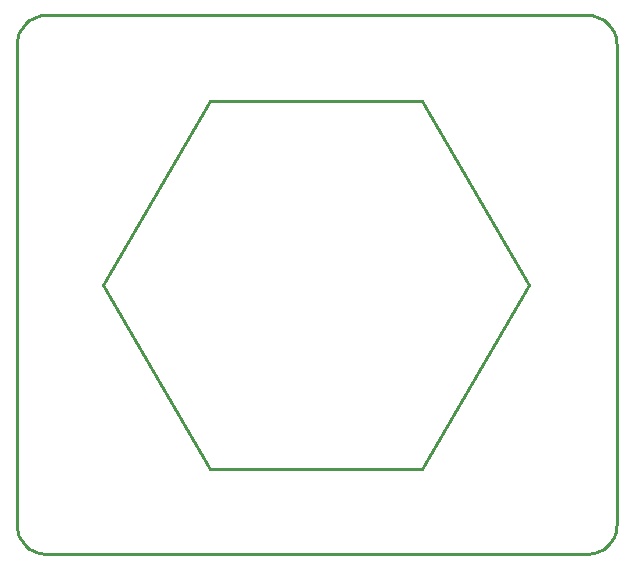
<source format=gbr>
G04 EAGLE Gerber RS-274X export*
G75*
%MOMM*%
%FSLAX34Y34*%
%LPD*%
%IN*%
%IPPOS*%
%AMOC8*
5,1,8,0,0,1.08239X$1,22.5*%
G01*
%ADD10C,0.254000*%


D10*
X106426Y157480D02*
X106523Y155266D01*
X106812Y153069D01*
X107291Y150906D01*
X107958Y148793D01*
X108806Y146746D01*
X109829Y144780D01*
X111020Y142911D01*
X112368Y141153D01*
X113866Y139520D01*
X115499Y138022D01*
X117257Y136674D01*
X119126Y135483D01*
X121092Y134460D01*
X123139Y133612D01*
X125252Y132945D01*
X127415Y132466D01*
X129612Y132177D01*
X131826Y132080D01*
X589026Y132080D01*
X591240Y132177D01*
X593437Y132466D01*
X595600Y132945D01*
X597713Y133612D01*
X599761Y134460D01*
X601726Y135483D01*
X603595Y136674D01*
X605353Y138022D01*
X606987Y139520D01*
X608484Y141153D01*
X609832Y142911D01*
X611023Y144780D01*
X612046Y146746D01*
X612894Y148793D01*
X613561Y150906D01*
X614040Y153069D01*
X614329Y155266D01*
X614426Y157480D01*
X614426Y563118D01*
X614329Y565332D01*
X614040Y567529D01*
X613561Y569692D01*
X612894Y571805D01*
X612046Y573853D01*
X611023Y575818D01*
X609832Y577687D01*
X608484Y579445D01*
X606987Y581079D01*
X605353Y582576D01*
X603595Y583924D01*
X601726Y585115D01*
X599761Y586138D01*
X597713Y586986D01*
X595600Y587653D01*
X593437Y588132D01*
X591240Y588421D01*
X589026Y588518D01*
X131826Y588518D01*
X129612Y588421D01*
X127415Y588132D01*
X125252Y587653D01*
X123139Y586986D01*
X121092Y586138D01*
X119126Y585115D01*
X117257Y583924D01*
X115499Y582576D01*
X113866Y581079D01*
X112368Y579445D01*
X111020Y577687D01*
X109829Y575818D01*
X108806Y573853D01*
X107958Y571805D01*
X107291Y569692D01*
X106812Y567529D01*
X106523Y565332D01*
X106426Y563118D01*
X106426Y157480D01*
X179918Y359918D02*
X269918Y204018D01*
X449918Y204018D01*
X539918Y359918D01*
X449918Y515818D01*
X269918Y515818D01*
X179918Y359918D01*
M02*

</source>
